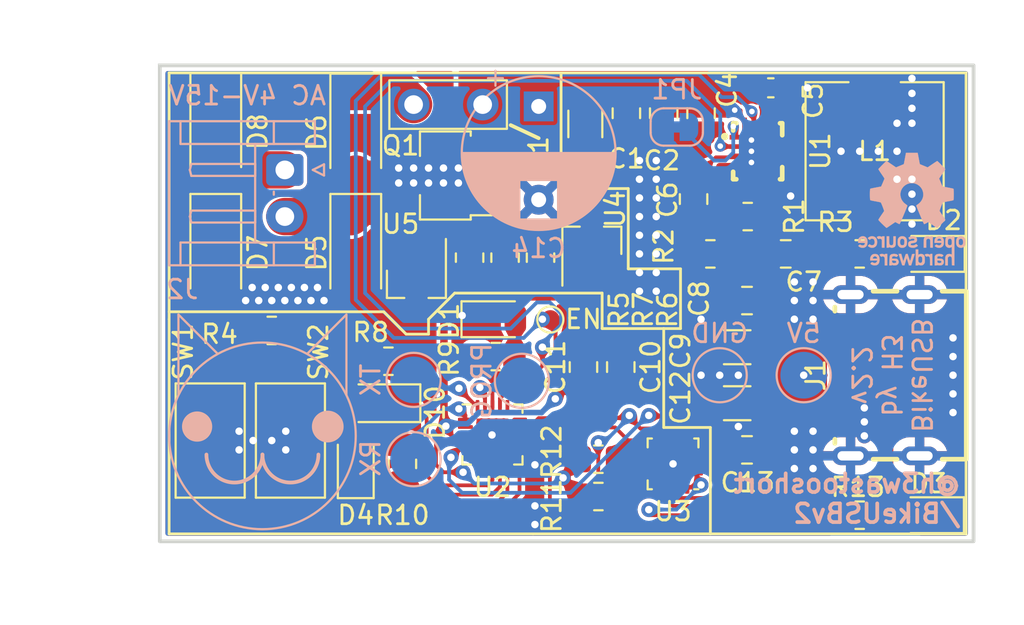
<source format=kicad_pcb>
(kicad_pcb (version 20221018) (generator pcbnew)
  (layers (0 "F.Cu" mixed) (31 "B.Cu" power) (34 "B.Paste" user) (35 "F.Paste" user) (36 "B.SilkS" user "B.Silkscreen") (37 "F.SilkS" user "F.Silkscreen") (38 "B.Mask" user) (39 "F.Mask" user) (44 "Edge.Cuts" user))
  (net 0 "")
  (net 1 "GND")
  (net 2 "VCC")
  (net 3 "+5V")
  (net 4 "Net-(D1-A)")
  (net 5 "Net-(D2-A)")
  (net 6 "Net-(D3-A)")
  (net 7 "/AC1")
  (net 8 "/AC2")
  (net 9 "Net-(JP1-B)")
  (net 10 "Net-(U1-VAUX)")
  (net 11 "Net-(U1-L2)")
  (net 12 "Net-(U1-FB)")
  (net 13 "/ AC_LV")
  (net 14 "Net-(U2-~{RESET}{slash}PA0)")
  (net 15 "Net-(U2-PA1)")
  (net 16 "Net-(U2-PA2)")
  (net 17 "/EN")
  (net 18 "/PG")
  (net 19 "Net-(U2-PB5)")
  (net 21 "Net-(U2-PB2)")
  (net 22 "/S1")
  (net 23 "/S2")
  (net 25 "/CC2")
  (net 26 "Net-(D4-A)")
  (net 27 "/CC1")
  (net 28 "/SCL")
  (net 29 "/SDA")
  (net 30 "/FUSB_INT")
  (net 31 "VPP")
  (net 32 "+6V")
  (net 36 "Net-(U1-L1)")
  (net 38 "Net-(U5-REF)")
  (net 39 "Net-(U5-K)")
  (net 40 "Net-(Q1-B)")
  (footprint "Package_TO_SOT_SMD:SOT-23_Handsoldering" (layer "F.Cu") (at 133.15 91.8 90)
    (fp_text reference "U4")
    (fp_text value "HT7550")
  )
  (footprint "LED_SMD:LED_0805_2012Metric_Pad1.15x1.40mm_HandSolder" (layer "F.Cu") (at 151.225 106.5 180)
    (fp_text reference "D3")
    (fp_text value "XL-2012UBC")
  )
  (footprint "TestPoint:TestPoint_Pad_D1.0mm" (layer "F.Cu") (at 130.92501 96.014854)
    (fp_text reference "TP1")
    (fp_text value "EN")
  )
  (footprint "LED_SMD:LED_0805_2012Metric_Pad1.15x1.40mm_HandSolder" (layer "F.Cu") (at 128.025 96)
    (fp_text reference "D1")
    (fp_text value "XL-2012UOC")
  )
  (footprint "Package_DFN_QFN:VQFN-20-1EP_3x3mm_P0.4mm_EP1.7x1.7mm" (layer "F.Cu") (at 127.825 102.175)
    (fp_text reference "U2")
    (fp_text value "ATtiny1616-M")
  )
  (footprint "Capacitor_SMD:C_0805_2012Metric_Pad1.18x1.45mm_HandSolder" (layer "F.Cu") (at 138.6 89.5625 -90)
    (fp_text reference "C6")
    (fp_text value "100n")
  )
  (footprint "Capacitor_SMD:C_0805_2012Metric_Pad1.18x1.45mm_HandSolder" (layer "F.Cu") (at 141.4625 103 180)
    (fp_text reference "C13")
    (fp_text value "4u7")
  )
  (footprint "Capacitor_SMD:C_0805_2012Metric_Pad1.18x1.45mm_HandSolder" (layer "F.Cu") (at 141.4625 95 180)
    (fp_text reference "C8")
    (fp_text value "4u7")
  )
  (footprint "Button_Switch_SMD:SW_SPST_CK_RS282G05A3" (layer "F.Cu") (at 117 102.5 90)
    (fp_text reference "SW2")
    (fp_text value "1TS002E-2500-2501-CT")
  )
  (footprint "Capacitor_SMD:C_0805_2012Metric_Pad1.18x1.45mm_HandSolder" (layer "F.Cu") (at 137 84.9625 -90)
    (fp_text reference "C2")
    (fp_text value "4u7")
  )
  (footprint "Resistor_SMD:R_0805_2012Metric_Pad1.20x1.40mm_HandSolder" (layer "F.Cu") (at 116 96.6 180)
    (fp_text reference "R4")
    (fp_text value "10k")
  )
  (footprint "easyeda2kicad:TYPE-C-SMD_TYPE-C-31-M-16" (layer "F.Cu") (at 148.6 99 90)
    (fp_text reference "J1")
    (fp_text value "TYPE-C-31-M-16")
  )
  (footprint "LED_SMD:LED_0805_2012Metric_Pad1.15x1.40mm_HandSolder" (layer "F.Cu") (at 120.5 103.725 90)
    (fp_text reference "D4")
    (fp_text value "XL-2012SURC")
  )
  (footprint "Capacitor_SMD:C_0805_2012Metric_Pad1.18x1.45mm_HandSolder" (layer "F.Cu") (at 132.7 98.5625 90)
    (fp_text reference "C11")
    (fp_text value "100n")
  )
  (footprint "Resistor_SMD:R_0805_2012Metric_Pad1.20x1.40mm_HandSolder" (layer "F.Cu") (at 133.5 103.5 180)
    (fp_text reference "R12")
    (fp_text value "4k7")
  )
  (footprint "LED_SMD:LED_0805_2012Metric_Pad1.15x1.40mm_HandSolder" (layer "F.Cu") (at 151.2675 92.5 180)
    (fp_text reference "D2")
    (fp_text value "XL-2012UGC")
  )
  (footprint "Diode_SMD:D_SOD-128" (layer "F.Cu") (at 120.5 92.45 -90)
    (fp_text reference "D5")
    (fp_text value "CMS04(TE12L,Q,M)")
  )
  (footprint "Capacitor_SMD:C_0805_2012Metric_Pad1.18x1.45mm_HandSolder" (layer "F.Cu") (at 143.5375 92.5)
    (fp_text reference "C7")
    (fp_text value "100n")
  )
  (footprint "Inductor_SMD:L_7.3x7.3_H4.5" (layer "F.Cu") (at 148.3 87 -90)
    (fp_text reference "L1")
    (fp_text value "YPRH0704-1R0M")
  )
  (footprint "Resistor_SMD:R_0805_2012Metric_Pad1.20x1.40mm_HandSolder" (layer "F.Cu") (at 133.5 105.5 180)
    (fp_text reference "R11")
    (fp_text value "4k7")
  )
  (footprint "Capacitor_SMD:C_0805_2012Metric_Pad1.18x1.45mm_HandSolder" (layer "F.Cu") (at 139 84.9625 -90)
    (fp_text reference "C4")
    (fp_text value "100n")
  )
  (footprint "Diode_SMD:D_PowerDI-123" (layer "F.Cu") (at 121.65 100.5 180)
    (fp_text reference "D10")
    (fp_text value "~")
  )
  (footprint "Capacitor_SMD:C_1206_3216Metric_Pad1.33x1.80mm_HandSolder" (layer "F.Cu") (at 132.8 85.5375 -90)
    (fp_text reference "C3")
    (fp_text value "22u")
  )
  (footprint "Diode_SMD:D_SOD-128" (layer "F.Cu") (at 113 92.45 -90)
    (fp_text reference "D7")
    (fp_text value "CMS04(TE12L,Q,M)")
  )
  (footprint "Capacitor_SMD:C_0805_2012Metric_Pad1.18x1.45mm_HandSolder" (layer "F.Cu") (at 134.7 98.5625 90)
    (fp_text reference "C10")
    (fp_text value "4u7")
  )
  (footprint "Resistor_SMD:R_0805_2012Metric_Pad1.20x1.40mm_HandSolder" (layer "F.Cu") (at 141.5 90.5)
    (fp_text reference "R1")
    (fp_text value "27k")
  )
  (footprint "Resistor_SMD:R_0805_2012Metric_Pad1.20x1.40mm_HandSolder" (layer "F.Cu") (at 128 98 180)
    (fp_text reference "R9")
    (fp_text value "1k")
  )
  (footprint "Diode_SMD:D_SOD-128" (layer "F.Cu") (at 113 85.95 -90)
    (fp_text reference "D8")
    (fp_text value "CMS04(TE12L,Q,M)")
  )
  (footprint "Resistor_SMD:R_0805_2012Metric_Pad1.20x1.40mm_HandSolder" (layer "F.Cu") (at 147.5 106.5 180)
    (fp_text reference "R13")
    (fp_text value "1k")
  )
  (footprint "Package_DFN_QFN:WQFN-14-1EP_2.5x2.5mm_P0.5mm_EP1.45x1.45mm" (layer "F.Cu") (at 137.5 103.75 180)
    (fp_text reference "U3")
    (fp_text value "FUSB302B10MPX")
  )
  (footprint "Resistor_SMD:R_0805_2012Metric_Pad1.20x1.40mm_HandSolder" (layer "F.Cu") (at 126.6 92.7 90)
    (fp_text reference "R5")
    (fp_text value "1k")
  )
  (footprint "Resistor_SMD:R_0805_2012Metric_Pad1.20x1.40mm_HandSolder" (layer "F.Cu") (at 123 103.75 -90)
    (fp_text reference "R10")
    (fp_text value "1k")
  )
  (footprint "Package_TO_SOT_SMD:SOT-89-3_Handsoldering" (layer "F.Cu") (at 125.3 88.3 180)
    (fp_text reference "Q1")
    (fp_text value "2SB772SQ")
  )
  (footprint "Button_Switch_SMD:SW_SPST_CK_RS282G05A3" (layer "F.Cu") (at 112.7 102.5 90)
    (fp_text reference "SW1")
    (fp_text value "1TS002E-2500-2501-CT")
  )
  (footprint "Resistor_SMD:R_0805_2012Metric_Pad1.20x1.40mm_HandSolder" (layer "F.Cu") (at 139.5 92.5)
    (fp_text reference "R2")
    (fp_text value "3k")
  )
  (footprint "Capacitor_SMD:C_0805_2012Metric_Pad1.18x1.45mm_HandSolder" (layer "F.Cu") (at 135 84.9625 -90)
    (fp_text reference "C1")
    (fp_text value "4u7")
  )
  (footprint "Capacitor_SMD:C_0603_1608Metric_Pad1.08x0.95mm_HandSolder" (layer "F.Cu") (at 142.7375 83.6)
    (fp_text reference "C5")
    (fp_text value "100n")
  )
  (footprint "Resistor_SMD:R_0805_2012Metric_Pad1.20x1.40mm_HandSolder" (layer "F.Cu") (at 130.4 92.7 90)
    (fp_text reference "R6")
    (fp_text value "680k")
  )
  (footprint "Package_TO_SOT_SMD:SOT-23_Handsoldering" (layer "F.Cu") (at 123.75 94.1 -90)
    (fp_text reference "U5")
    (fp_text value "TL431AIDBZR")
  )
  (footprint "e2k_edit:VQFN-HR-15_L3.0-W2.5-P0.50-BL_TPS63070RNMR" (layer "F.Cu") (at 141.9 87 -90)
    (fp_text reference "U1")
    (fp_text value "TPS63070")
  )
  (footprint "Capacitor_SMD:C_1206_3216Metric_Pad1.33x1.80mm_HandSolder" (layer "F.Cu") (at 140.9375 97.5 180)
    (fp_text reference "C9")
    (fp_text value "22u")
  )
  (footprint "Capacitor_SMD:C_1206_3216Metric_Pad1.33x1.80mm_HandSolder" (layer "F.Cu") (at 140.9375 100.5 180)
    (fp_text reference "C12")
    (fp_text value "22u")
  )
  (footprint "H3_Other:SETfuse X-Series" (layer "F.Cu") (at 123.6 84.5 90)
    (fp_text reference "F1")
    (fp_text value "76°C")
  )
  (footprint "Resistor_SMD:R_0805_2012Metric_Pad1.20x1.40mm_HandSolder" (layer "F.Cu") (at 128.5 92.7 -90)
    (fp_text reference "R7")
    (fp_text value "130k")
  )
  (footprint "Resistor_SMD:R_0805_2012Metric_Pad1.20x1.40mm_HandSolder" (layer "F.Cu") (at 122.25 98.25 180)
    (fp_text reference "R8")
    (fp_text value "10k")
  )
  (footprint "Diode_SMD:D_SOD-128" (layer "F.Cu") (at 120.5 86 -90)
    (fp_text reference "D6")
    (fp_text value "CMS04(TE12L,Q,M)")
  )
  (footprint "Resistor_SMD:R_0805_2012Metric_Pad1.20x1.40mm_HandSolder" (layer "F.Cu") (at 147.5 92.5 180)
    (fp_text reference "R3")
    (fp_text value "1k")
  )
  (footprint "TestPoint:TestPoint_Pad_D2.5mm" (layer "B.Cu") (at 123.6 99.25 -90)
    (fp_text reference "TP5" hide)
    (fp_text value "TX")
  )
  (footprint "TestPoint:TestPoint_Pad_D2.5mm" (layer "B.Cu") (at 144.5 99 180)
    (fp_text reference "TP2" hide)
    (fp_text value "5V")
  )
  (footprint "Symbol:OSHW-Logo_5.7x6mm_SilkScreen" (layer "B.Cu") (at 150.3 90.1 180)
    (fp_text reference "REF**" hide)
    (fp_text value "OSHW-Logo_5.7x6mm_SilkScreen" hide)
  )
  (footprint "TestPoint:TestPoint_Pad_D2.5mm" (layer "B.Cu") (at 140 99 180)
    (fp_text reference "TP3" hide)
    (fp_text value "GND")
  )
  (footprint "TestPoint:TestPoint_Pad_D2.5mm" (layer "B.Cu") (at 123.6 103.5 -90)
    (fp_text reference "TP6" hide)
    (fp_text value "RX")
  )
  (footprint "Capacitor_THT:CP_Radial_D8.0mm_P5.00mm" (layer "B.Cu") (at 130.3 84.597349 -90)
    (fp_text reference "C14")
    (fp_text value "4700µF")
  )
  (footprint "Connector_JST:JST_EH_S2B-EH_1x02_P2.50mm_Horizontal" (layer "B.Cu") (at 116.7 88 -90)
    (fp_text reference "J2")
    (fp_text value "JST S2B-EH(LF)(SN)")
  )
  (footprint "TestPoint:TestPoint_Pad_D2.5mm" (layer "B.Cu") (at 129.4 99.3 -90)
    (fp_text reference "TP4" hide)
    (fp_text value "PROG")
  )
  (footprint "H3_Other:PCBcat" (layer "B.Cu") (at 115.5 102.25 180)
    (fp_text reference "CAT**" hide)
    (fp_text value "PCBcat" hide)
  )
  (footprint "Jumper:SolderJumper-2_P1.3mm_Bridged_RoundedPad1.0x1.5mm" (layer "B.Cu") (at 137.7 85.7)
    (fp_text reference "JP1")
    (fp_text value "SolderJumper_2_Bridged")
  )
  (gr_line (start 137 101.8) (end 137 96.5) (stroke (width 0.15)) (layer "F.SilkS"))
  (gr_line (start 131.5 89) (end 131.5 82.8) (stroke (width 0.15)) (layer "F.SilkS"))
  (gr_line (start 135.1 89) (end 131.5 89) (stroke (width 0.15)) (layer "F.SilkS"))
  (gr_line (start 139.5 101.8) (end 139.5 107.5) (stroke (width 0.15)) (layer "F.SilkS"))
  (gr_line (start 130.3 86.3) (end 128.8 85.6) (stroke (width 0.2)) (layer "F.SilkS"))
  (gr_line (start 110.5 107.5) (end 110.5 96) (stroke (width 0.15)) (layer "F.SilkS"))
  (gr_line (start 137.9 93.3) (end 137.9 96.5) (stroke (width 0.15)) (layer "F.SilkS"))
  (gr_line (start 135.1 93.3) (end 135.1 89) (stroke (width 0.15)) (layer "F.SilkS"))
  (gr_line (start 133.7 96.5) (end 137 96.5) (stroke (width 0.15)) (layer "F.SilkS"))
  (gr_line (start 137 101.8) (end 139.5 101.8) (stroke (width 0.15)) (layer "F.SilkS"))
  (gr_line (start 153.2 82.8) (end 131.5 82.8) (stroke (width 0.15)) (layer "F.SilkS"))
  (gr_line (start 110.5 95.6) (end 122 95.6) (stroke (width 0.15)) (layer "F.SilkS"))
  (gr_line (start 110.5 107.5) (end 130 107.5) (stroke (width 0.15)) (layer "F.SilkS"))
  (gr_line (start 133.7 96.5) (end 133.7 94.6) (stroke (width 0.15)) (layer "F.SilkS"))
  (gr_line (start 123.2 96.8) (end 124.4 96.8) (stroke (width 0.15)) (layer "F.SilkS"))
  (gr_line (start 125.8 94.6) (end 133.7 94.6) (stroke (width 0.15)) (layer "F.SilkS"))
  (gr_line (start 124.4 96) (end 125.8 94.6) (stroke (width 0.15)) (layer "F.SilkS"))
  (gr_line (start 110.5 82.8) (end 110.5 96) (stroke (width 0.15)) (layer "F.SilkS"))
  (gr_line (start 153.2 107.5) (end 153.2 82.8) (stroke (width 0.15)) (layer "F.SilkS"))
  (gr_line (start 122 95.6) (end 123.2 96.8) (stroke (width 0.15)) (layer "F.SilkS"))
  (gr_line (start 124.4 96.8) (end 124.4 96) (stroke (width 0.15)) (layer "F.SilkS"))
  (gr_line (start 137.9 96.5) (end 137 96.5) (stroke (width 0.15)) (layer "F.SilkS"))
  (gr_line (start 131.5 82.8) (end 110.5 82.8) (stroke (width 0.15)) (layer "F.SilkS"))
  (gr_line (start 130 107.5) (end 153.2 107.5) (stroke (width 0.15)) (layer "F.SilkS"))
  (gr_line (start 135.1 93.3) (end 137.9 93.3) (stroke (width 0.15)) (layer "F.SilkS"))
  (gr_rect (start 110 82.4) (end 153.6 107.9) (stroke (width 0.2)) (fill none) (layer "Edge.Cuts"))
  (gr_text "BikeUSB\nby H3\nv2.2" (at 147 99 270) (layer "B.SilkS") (effects (font (size 1 1)) (justify bottom mirror)))
  (gr_text "@h3wastooshort\n/BikeUSBv2" (at 153 107) (layer "B.SilkS") (effects (font (size 1 1) (thickness 0.2) bold) (justify left bottom mirror)))
  (gr_text "AC 4V-15V" (at 119 84.6) (layer "B.SilkS") (effects (font (size 1 1)) (justify left bottom mirror)))
  (segment (start 147.75 102.25) (end 147.75 100.75) (width 0.8) (layer "F.Cu") (net 1))
  (segment (start 140.803647 84.796353) (end 141.33 85.322706) (width 0.2) (layer "F.Cu") (net 1))
  (segment (start 139.5 92.1) (end 139.1 92.5) (width 0.2) (layer "F.Cu") (net 1))
  (segment (start 142.72 87) (end 146.5 87) (width 0.4) (layer "F.Cu") (net 1))
  (segment (start 141.33 85.322706) (end 141.33 85.55) (width 0.2) (layer "F.Cu") (net 1))
  (segment (start 140.88 87.92) (end 139.5 89.3) (width 0.2) (layer "F.Cu") (net 1))
  (segment (start 139.1 92.5) (end 138.5 92.5) (width 0.2) (layer "F.Cu") (net 1))
  (segment (start 140.88 87.75) (end 140.88 87.92) (width 0.2) (layer "F.Cu") (net 1))
  (segment (start 120.5 94.65) (end 113 94.65) (width 2) (layer "F.Cu") (net 1))
  (segment (start 139.5 89.3) (end 139.5 92.1) (width 0.2) (layer "F.Cu") (net 1))
  (segment (start 142.72 87) (end 141.7 87) (width 0.4) (layer "F.Cu") (net 1))
  (segment (start 126.375 102.175) (end 127.825 102.175) (width 0.2) (layer "F.Cu") (net 1))
  (segment (start 146.5 101.75) (end 147.5 101.75) (width 0.9) (layer "F.Cu") (net 1))
  (via (at 150.3 83.1) (size 0.8) (drill 0.4) (layers "F.Cu" "B.Cu") (net 1))
  (via (at 116.35 94.3) (size 0.8) (drill 0.4) (layers "F.Cu" "B.Cu") (net 1))
  (via (at 147.75 100.75) (size 0.8) (drill 0.4) (layers "F.Cu" "B.Cu") (net 1))
  (via (at 115.65 94.3) (size 0.8) (drill 0.4) (layers "F.Cu" "B.Cu") (net 1))
  (via (at 126.2 95.8) (size 0.8) (drill 0.4) (layers "F.Cu" "B.Cu") (net 1))
  (via (at 123.6 88.7) (size 0.8) (drill 0.4) (layers "F.Cu" "B.Cu") (net 1))
  (via (at 150.3 84.7) (size 0.8) (drill 0.4) (layers "F.Cu" "B.Cu") (net 1))
  (via (at 135.7 92.5) (size 0.8) (drill 0.4) (layers "F.Cu" "B.Cu") (net 1))
  (via (at 152.5 99) (size 0.8) (drill 0.4) (layers "F.Cu" "B.Cu") (net 1))
  (via (at 152.5 100) (size 0.8) (drill 0.4) (layers "F.Cu" "B.Cu") (net 1))
  (via (at 136.6 90.5) (size 0.8) (drill 0.4) (layers "F.Cu" "B.Cu") (net 1))
  (via (at 145 104) (size 0.8) (drill 0.4) (layers "F.Cu" "B.Cu") (net 1))
  (via (at 144 96) (size 0.8) (drill 0.4) (layers "F.Cu" "B.Cu") (net 1))
  (via (at 140 99) (size 0.8) (drill 0.4) (layers "F.Cu" "B.Cu") (net 1))
  (via (at 124.4 87.9) (size 0.8) (drill 0.4) (layers "F.Cu" "B.Cu") (net 1))
  (via (at 124.4 88.7) (size 0.8) (drill 0.4) (layers "F.Cu" "B.Cu") (net 1))
  (via (at 116.7 95) (size 0.8) (drill 0.4) (layers "F.Cu" "B.Cu") (net 1))
  (via (at 139 96) (size 0.8) (drill 0.4) (layers "F.Cu" "B.Cu") (net 1))
  (via (at 126 87.9) (size 0.8) (drill 0.4) (layers "F.Cu" "B.Cu") (net 1))
  (via (at 145 102) (size 0.8) (drill 0.4) (layers "F.Cu" "B.Cu") (net 1))
  (via (at 115.3 95) (size 0.8) (drill 0.4) (layers "F.Cu" "B.Cu") (net 1))
  (via (at 136.6 94.5) (size 0.8) (drill 0.4) (layers "F.Cu" "B.Cu") (net 1))
  (via (at 141 99) (size 0.8) (drill 0.4) (layers "F.Cu" "B.Cu") (net 1))
  (via (at 117.05 94.3) (size 0.8) (drill 0.4) (layers "F.Cu" "B.Cu") (net 1))
  (via (at 147.5 87) (size 0.8) (drill 0.4) (layers "F.Cu" "B.Cu") (net 1))
  (via (at 136.6 91.5) (size 0.8) (drill 0.4) (layers "F.Cu" "B.Cu") (net 1))
  (via (at 144 102) (size 0.8) (drill 0.4) (layers "F.Cu" "B.Cu") (net 1))
  (via (at 141.7 87.6) (size 0.6) (drill 0.3) (layers "F.Cu" "B.Cu") (net 1))
  (via (at 141.7 87) (size 0.6) (drill 0.3) (layers "F.Cu" "B.Cu") (net 1))
  (via (at 135.7 90.5) (size 0.8) (drill 0.4) (layers "F.Cu" "B.Cu") (net 1))
  (via (at 122.8 88.7) (size 0.8) (drill 0.4) (layers "F.Cu" "B.Cu") (net 1))
  (via (at 136.6 92.5) (size 0.8) (drill 0.4) (layers "F.Cu" "B.Cu") (net 1))
  (via (at 144 95) (size 0.8) (drill 0.4) (layers "F.Cu" "B.Cu") (net 1))
  (via (at 114.95 94.3) (size 0.8) (drill 0.4) (layers "F.Cu" "B.Cu") (net 1))
  (via (at 127.8 102.2) (size 0.8) (drill 0.4) (layers "F.Cu" "B.Cu") (net 1))
  (via (at 118.45 94.3) (size 0.8) (drill 0.4) (layers "F.Cu" "B.Cu") (net 1))
  (via (at 135.7 87.5) (size 0.8) (drill 0.4) (layers "F.Cu" "B.Cu") (net 1))
  (via (at 141.7 86.4) (size 0.6) (drill 0.3) (layers "F.Cu" "B.Cu") (net 1))
  (via (at 145 96) (size 0.8) (drill 0.4) (layers "F.Cu" "B.Cu") (net 1))
  (via (at 144 104) (size 0.8) (drill 0.4) (layers "F.Cu" "B.Cu") (net 1))
  (via (at 116.75 103) (size 0.8) (drill 0.4) (layers "F.Cu" "B.Cu") (net 1))
  (via (at 135.7 93.5) (size 0.8) (drill 0.4) (layers "F.Cu" "B.Cu") (net 1))
  (via (at 150.3 90.9) (size 0.8) (drill 0.4) (layers "F.Cu" "B.Cu") (net 1))
  (via (at 150.3 90.1) (size 0.8) (drill 0.4) (layers "F.Cu" "B.Cu") (net 1))
  (via (at 136.6 87.5) (size 0.8) (drill 0.4) (layers "F.Cu" "B.Cu") (net 1))
  (via (at 123.6 87.9) (size 0.8) (drill 0.4) (layers "F.Cu" "B.Cu") (net 1))
  (via (at 144 94) (size 0.8) (drill 0.4) (layers "F.Cu" "B.Cu") (net 1))
  (via (at 135.7 88.5) (size 0.8) (drill 0.4) (layers "F.Cu" "B.Cu") (net 1))
  (via (at 136.6 88.5) (size 0.8) (drill 0.4) (layers "F.Cu" "B.Cu") (net 1))
  (via (at 146.5 87) (size 0.8) (drill 0.4) (layers "F.Cu" "B.Cu") (net 1))
  (via (at 150.3 83.9) (size 0.8) (drill 0.4) (layers "F.Cu" "B.Cu") (net 1))
  (via (at 114.6 95) (size 0.8) (drill 0.4) (layers "F.Cu" "B.Cu") (net 1))
  (via (at 149.5 85.5) (size 0.8) (drill 0.4) (layers "F.Cu" "B.Cu") (net 1))
  (via (at 150.3 88.5) (size 0.8) (drill 0.4) (layers "F.Cu" "B.Cu") (net 1))
  (via (at 148.5 87) (size 0.8) (drill 0.4) (layers "F.Cu" "B.Cu") (net 1))
  (via (at 118.8 95) (size 0.8) (drill 0.4) (layers "F.Cu" "B.Cu") (net 1))
  (via (at 143.8 89.4) (size 0.8) (drill 0.4) (layers "F.Cu" "B.Cu") (net 1))
  (via (at 122.8 87.9) (size 0.8) (drill 0.4) (layers "F.Cu" "B.Cu") (net 1))
  (via (at 125.2 88.7) (size 0.8) (drill 0.4) (layers "F.Cu" "B.Cu") (net 1))
  (via (at 135.7 94.5) (size 0.8) (drill 0.4) (layers "F.Cu" "B.Cu") (net 1))
  (via (at 152.5 98) (size 0.8) (drill 0.4) (layers "F.Cu" "B.Cu") (net 1))
  (via (at 125.2 87.9) (size 0.8) (drill 0.4) (layers "F.Cu" "B.Cu") (net 1))
  (via (at 136.6 89.5) (size 0.8) (drill 0.4) (layers "F.Cu" "B.Cu") (net 1))
  (via (at 118.1 95) (size 0.8) (drill 0.4) (layers "F.Cu" "B.Cu") (net 1))
  (via (at 126 88.7) (size 0.8) (drill 0.4) (layers "F.Cu" "B.Cu") (net 1))
  (via (at 114.25 102) (size 0.8) (drill 0.4) (layers "F.Cu" "B.Cu") (net 1))
  (via (at 116.75 102) (size 0.8) (drill 0.4) (layers "F.Cu" "B.Cu") (net 1))
  (via (at 149.5 88.5) (size 0.8) (drill 0.4) (layers "F.Cu" "B.Cu") (net 1))
  (via (at 137.5 103.75) (size 0.8) (drill 0.4) (layers "F.Cu" "B.Cu") (net 1))
  (via (at 140.803647 84.796353) (size 0.6) (drill 0.3) (layers "F.Cu" "B.Cu") (net 1))
  (via (at 150.3 89.3) (size 0.8) (drill 0.4) (layers "F.Cu" "B.Cu") (net 1))
  (via (at 114.25 103) (size 0.8) (drill 0.4) (layers "F.Cu" "B.Cu") (net 1))
  (via (at 117.75 94.3) (size 0.8) (drill 0.4) (layers "F.Cu" "B.Cu") (net 1))
  (via (at 150.3 85.5) (size 0.8) (drill 0.4) (layers "F.Cu" "B.Cu") (net 1))
  (via (at 147.75 101.5) (size 0.8) (drill 0.4) (layers "F.Cu" "B.Cu") (net 1))
  (via (at 130.1 103.8) (size 0.8) (drill 0.4) (layers "F.Cu" "B.Cu") (net 1))
  (via (at 139 99) (size 0.8) (drill 0.4) (layers "F.Cu" "B.Cu") (net 1))
  (via (at 135.7 91.5) (size 0.8) (drill 0.4) (layers "F.Cu" "B.Cu") (net 1))
  (via (at 130.1 106) (size 0.8) (drill 0.4) (layers "F.Cu" "B.Cu") (net 1))
  (via (at 145 103) (size 0.8) (drill 0.4) (layers "F.Cu" "B.Cu") (net 1))
  (via (at 152.5 97) (size 0.8) (drill 0.4) (layers "F.Cu" "B.Cu") (net 1))
  (via (at 115 102.5) (size 0.8) (drill 0.4) (layers "F.Cu" "B.Cu") (net 1))
  (via (at 141 101.75) (size 0.8) (drill 0.4) (layers "F.Cu" "B.Cu") (net 1))
  (via (at 144.7 83.6) (size 0.8) (drill 0.4) (layers "F.Cu" "B.Cu") (net 1))
  (via (at 147.75 102.25) (size 0.8) (drill 0.4) (layers "F.Cu" "B.Cu") (net 1))
  (via (at 145 94) (size 0.8) (drill 0.4) (layers "F.Cu" "B.Cu") (net 1))
  (via (at 149.5 87) (size 0.8) (drill 0.4) (layers "F.Cu" "B.Cu") (net 1))
  (via (at 145 95) (size 0.8) (drill 0.4) (layers "F.Cu" "B.Cu") (net 1))
  (via (at 130.1 107) (size 0.8) (drill 0.4) (layers "F.Cu" "B.Cu") (net 1))
  (via (at 116 95) (size 0.8) (drill 0.4) (layers "F.Cu" "B.Cu") (net 1))
  (via (at 136.6 93.5) (size 0.8) (drill 0.4) (layers "F.Cu" "B.Cu") (net 1))
  (via (at 135.7 89.5) (size 0.8) (drill 0.4) (layers "F.Cu" "B.Cu") (net 1))
  (via (at 116 102.5) (size 0.8) (drill 0.4) (layers "F.Cu" "B.Cu") (net 1))
  (via (at 117.4 95) (size 0.8) (drill 0.4) (layers "F.Cu" "B.Cu") (net 1))
  (via (at 152.5 101) (size 0.8) (drill 0.4) (layers "F.Cu" "B.Cu") (net 1))
  (via (at 144 103) (size 0.8) (drill 0.4) (layers "F.Cu" "B.Cu") (net 1))
  (segment (start 125.327 101.927) (end 125.327 101.727) (width 0.2) (layer "F.Cu") (net 2))
  (segment (start 131.606224 104.5) (end 131.606224 104.393776) (width 0.2) (layer "F.Cu") (net 2))
  (segment (start 125.2265 95.5735) (end 125.2265 98) (width 0.4) (layer "F.Cu") (net 2))
  (segment (start 127 98) (end 125.2265 98) (width 0.2) (layer "F.Cu") (net 2))
  (segment (start 131.606224 104.393776) (end 132.5 103.5) (width 0.2) (layer "F.Cu") (net 2))
  (segment (start 138.7625 103) (end 138.25 102.4875) (width 0.2) (layer "F.Cu") (net 2))
  (segment (start 135.5 100.4) (end 134.7 99.6) (width 0.2) (layer "F.Cu") (net 2))
  (segment (start 125.2 104.2) (end 124.8 103.8) (width 0.2) (layer "F.Cu") (net 2))
  (segment (start 125.2265 101.6265) (end 125.327 101.727) (width 0.4) (layer "F.Cu") (net 2))
  (segment (start 132.7 99.6) (end 134.7 99.6) (width 0.3) (layer "F.Cu") (net 2))
  (segment (start 131.606224 104.606224) (end 132.5 105.5) (width 0.2) (layer "F.Cu") (net 2))
  (segment (start 126 94.8) (end 125.2265 95.5735) (width 0.4) (layer "F.Cu") (net 2))
  (segment (start 124.8 102.254) (end 125.327 101.727) (width 0.2) (layer "F.Cu") (net 2))
  (segment (start 138.25 101.489) (end 137.161 100.4) (width 0.2) (layer "F.Cu") (net 2))
  (segment (start 138.25 102.4875) (end 138.25 101.489) (width 0.2) (layer "F.Cu") (net 2))
  (segment (start 124.8 103.8) (end 124.8 102.254) (width 0.2) (layer "F.Cu") (net 2))
  (segment (start 133.4 94.8) (end 126 94.8) (width 0.4) (layer "F.Cu") (net 2))
  (segment (start 126.375 102.575) (end 125.975 102.575) (width 0.2) (layer "F.Cu") (net 2))
  (segment (start 134.1 94.1) (end 133.4 94.8) (width 0.4) (layer "F.Cu") (net 2))
  (segment (start 138.7625 103.25) (end 138.7625 103) (width 0.2) (layer "F.Cu") (net 2))
  (segment (start 131.606224 104.5) (end 131.606224 104.606224) (width 0.2) (layer "F.Cu") (net 2))
  (segment (start 131.8565 99.6) (end 131.191 100.2655) (width 0.3) (layer "F.Cu") (net 2))
  (segment (start 125.2265 98) (end 125.2265 101.6265) (width 0.4) (layer "F.Cu") (net 2))
  (segment (start 134.1 93.2) (end 134.1 94.1) (width 0.4) (layer "F.Cu") (net 2))
  (segment (start 137.161 100.4) (end 135.5 100.4) (width 0.2) (layer "F.Cu") (net 2))
  (segment (start 125.975 102.575) (end 125.327 101.927) (width 0.2) (layer "F.Cu") (net 2))
  (segment (start 126.25 104.2) (end 125.2 104.2) (width 0.2) (layer "F.Cu") (net 2))
  (segment (start 132.7 99.6) (end 131.8565 99.6) (width 0.3) (layer "F.Cu") (net 2))
  (via (at 126.25 104.2) (size 0.8) (drill 0.4) (layers "F.Cu" "B.Cu") (net 2))
  (via (at 131.606224 104.5) (size 0.8) (drill 0.4) (layers "F.Cu" "B.Cu") (net 2))
  (via (at 125.327 101.727) (size 0.8) (drill 0.4) (layers "F.Cu" "B.Cu") (net 2))
  (via (at 131.191 100.2655) (size 0.8) (drill 0.4) (layers "F.Cu" "B.Cu") (net 2))
  (segment (start 127.092 101) (end 126.492 101.6) (width 0.3) (layer "B.Cu") (net 2))
  (segment (start 126.85 104.8) (end 131.306224 104.8) (width 0.2) (layer "B.Cu") (net 2))
  (segment (start 126.492 101.6) (end 125.454 101.6) (width 0.3) (layer "B.Cu") (net 2))
  (segment (start 126.25 104.2) (end 126.85 104.8) (width 0.2) (layer "B.Cu") (net 2))
  (segment (start 130.4565 101) (end 127.092 101) (width 0.3) (layer "B.Cu") (net 2))
  (segment (start 131.306224 104.8) (end 131.606224 104.5) (width 0.2) (layer "B.Cu") (net 2))
  (segment (start 125.454 101.6) (end 125.327 101.727) (width 0.3) (layer "B.Cu") (net 2))
  (segment (start 131.191 100.2655) (end 130.4565 101) (width 0.3) (layer "B.Cu") (net 2))
  (segment (start 146.5 92.5) (end 145.25 91.25) (width 0.2) (layer "F.Cu") (net 3))
  (segment (start 142.5 103) (end 142.5 91.25) (width 1.5) (layer "F.Cu") (net 3))
  (segment (start 140.5 105) (end 142.5 103) (width 0.2) (layer "F.Cu") (net 3))
  (segment (start 139.25 103.75) (end 140.5 105) (width 0.2) (layer "F.Cu") (net 3))
  (segment (start 146.5 100.52) (end 142.52 100.52) (width 0.8) (layer "F.Cu") (net 3))
  (segment (start 142.5 91.25) (end 142.5 90.5) (width 1.5) (layer "F.Cu") (net 3))
  (segment (start 137.25 105.0125) (end 137.8145 105.577) (width 0.2) (layer "F.Cu") (net 3))
  (segment (start 137.8145 105.577) (end 139.923 105.577) (width 0.2) (layer "F.Cu") (net 3))
  (segment (start 137.75 105.0125) (end 137.75 105.5125) (width 0.2) (layer "F.Cu") (net 3))
  (segment (start 145.25 91.25) (end 142.5 91.25) (width 0.2) (layer "F.Cu") (net 3))
  (segment (start 146.5 97.48) (end 142.52 97.48) (width 0.8) (layer "F.Cu") (net 3))
  (segment (start 139.923 105.577) (end 140.5 105) (width 0.2) (layer "F.Cu") (net 3))
  (segment (start 137.75 105.5125) (end 137.8145 105.577) (width 0.2) (layer "F.Cu") (net 3))
  (segment (start 138.7625 103.75) (end 139.25 103.75) (width 0.2) (layer "F.Cu") (net 3))
  (via (at 144.5 99) (size 0.8) (drill 0.4) (layers "F.Cu" "B.Cu") (net 3))
  (segment (start 129 98) (end 129 96.05) (width 0.25) (layer "F.Cu") (net 4))
  (segment (start 148.5 92.5) (end 150.2425 92.5) (width 1) (layer "F.Cu") (net 5))
  (segment (start 148.5 106.5) (end 150.2 106.5) (width 0.2) (layer "F.Cu") (net 6))
  (segment (start 120.5 90.25) (end 120.5 88.22) (width 2) (layer "F.Cu") (net 7))
  (segment (start 120.25 90.5) (end 120.5 90.25) (width 2) (layer "F.Cu") (net 7))
  (segment (start 116.7 90.5) (end 120.25 90.5) (width 2) (layer "F.Cu") (net 7))
  (segment (start 113.15 88) (end 113 88.15) (width 2) (layer "F.Cu") (net 8))
  (segment (start 115 96.6) (end 112.6 96.6) (width 0.25) (layer "F.Cu") (net 8))
  (segment (start 111.25 93.5) (end 113 91.75) (width 0.25) (layer "F.Cu") (net 8))
  (segment (start 113 88.15) (end 113 90.25) (width 2) (layer "F.Cu") (net 8))
  (segment (start 113 91.75) (end 113 90.25) (width 0.25) (layer "F.Cu") (net 8))
  (segment (start 116.7 88) (end 113.15 88) (width 2) (layer "F.Cu") (net 8))
  (segment (start 112.6 96.6) (end 111.25 95.25) (width 0.25) (layer "F.Cu") (net 8))
  (segment (start 111.25 95.25) (end 111.25 93.5) (width 0.25) (layer "F.Cu") (net 8))
  (segment (start 140.88 85.826284) (end 140.726858 85.673142) (width 0.2) (layer "F.Cu") (net 9))
  (segment (start 140.88 86.25) (end 140.88 85.826284) (width 0.2) (layer "F.Cu") (net 9))
  (via (at 140.726858 85.673142) (size 0.6) (drill 0.3) (layers "F.Cu" "B.Cu") (net 9))
  (segment (start 139.7 87.5) (end 140.3 87.5) (width 0.2) (layer "B.Cu") (net 9))
  (segment (start 138.35 86.15) (end 139.7 87.5) (width 0.2) (layer "B.Cu") (net 9))
  (segment (start 140.3 87.5) (end 140.726858 87.073142) (width 0.2) (layer "B.Cu") (net 9))
  (segment (start 138.35 85.7) (end 138.35 86.15) (width 0.2) (layer "B.Cu") (net 9))
  (segment (start 140.726858 87.073142) (end 140.726858 85.673142) (width 0.2) (layer "B.Cu") (net 9))
  (segment (start 139.799273 87.325727) (end 140.804273 87.325727) (width 0.2) (layer "F.Cu") (net 10))
  (segment (start 140.804273 87.325727) (end 140.88 87.25) (width 0.2) (layer "F.Cu") (net 10))
  (segment (start 138.6 88.525) (end 139.799273 87.325727) (width 0.2) (layer "F.Cu") (net 10))
  (segment (start 140.5 89.4) (end 140.5 90.5) (width 0.2) (layer "F.Cu") (net 12))
  (segment (start 140.5 92.5) (end 140.5 90.5) (width 0.2) (layer "F.Cu") (net 12))
  (segment (start 141.33 88.57) (end 140.5 89.4) (width 0.2) (layer "F.Cu") (net 12))
  (segment (start 141.33 88.45) (end 141.33 88.57) (width 0.2) (layer "F.Cu") (net 12))
  (segment (start 127.825 104.61159) (end 127.825 103.625) (width 0.2) (layer "F.Cu") (net 13))
  (segment (start 124.825 104.9) (end 127.53659 104.9) (width 0.2) (layer "F.Cu") (net 13))
  (segment (start 124.3 104.375) (end 124.825 104.9) (width 0.2) (layer "F.Cu") (net 13))
  (segment (start 121.25 97.25) (end 121.25 98.25) (width 0.2) (layer "F.Cu") (net 13))
  (segment (start 123.5 100.5) (end 124.3 101.3) (width 0.2) (layer "F.Cu") (net 13))
  (segment (start 124.3 101.3) (end 124.3 104.375) (width 0.2) (layer "F.Cu") (net 13))
  (segment (start 121.25 98.25) (end 121.25 99.25) (width 1) (layer "F.Cu") (net 13))
  (segment (start 127.53659 104.9) (end 127.825 104.61159) (width 0.2) (layer "F.Cu") (net 13))
  (segment (start 121.25 99.25) (end 122.5 100.5) (width 1) (layer "F.Cu") (net 13))
  (segment (start 117 96.6) (end 120.6 96.6) (width 0.2) (layer "F.Cu") (net 13))
  (segment (start 120.6 96.6) (end 121.25 97.25) (width 0.2) (layer "F.Cu") (net 13))
  (segment (start 127.144622 99.655378) (end 127.425 99.935756) (width 0.2) (layer "F.Cu") (net 14))
  (segment (start 127.425 99.935756) (end 127.425 100.725) (width 0.2) (layer "F.Cu") (net 14))
  (via (at 127.144622 99.655378) (size 0.8) (drill 0.4) (layers "F.Cu" "B.Cu") (net 14))
  (segment (start 127.188744 99.6995) (end 129.0005 99.6995) (width 0.2) (layer "B.Cu") (net 14))
  (segment (start 127.144622 99.655378) (end 127.188744 99.6995) (width 0.2) (layer "B.Cu") (net 14))
  (segment (start 126.030771 99.700488) (end 126.030771 99.730771) (width 0.2) (layer "F.Cu") (net 15))
  (segment (start 126.825 100.525) (end 127.025 100.525) (width 0.2) (layer "F.Cu") (net 15))
  (segment (start 126.030771 99.730771) (end 126.825 100.525) (width 0.2) (layer "F.Cu") (net 15))
  (via (at 126.030771 99.700488) (size 0.8) (drill 0.4) (layers "F.Cu" "B.Cu") (net 15))
  (segment (start 124.050488 99.700488) (end 123.6 99.25) (width 0.2) (layer "B.Cu") (net 15))
  (segment (start 126.030771 99.700488) (end 124.050488 99.700488) (width 0.2) (layer "B.Cu") (net 15))
  (segment (start 126.375 101.1485) (end 126.375 101.375) (width 0.2) (layer "F.Cu") (net 16))
  (segment (start 126.0265 100.8) (end 126.375 101.1485) (width 0.2) (layer "F.Cu") (net 16))
  (via (at 126.0265 100.8) (size 0.8) (drill 0.4) (layers "F.Cu" "B.Cu") (net 16))
  (segment (start 123.6 103.5) (end 123.6 102.4) (width 0.2) (layer "B.Cu") (net 16))
  (segment (start 125.2 100.8) (end 126.0265 100.8) (width 0.2) (layer "B.Cu") (net 16))
  (segment (start 123.6 102.4) (end 125.2 100.8) (width 0.2) (layer "B.Cu") (net 16))
  (segment (start 141.83 85.121) (end 141.83 85.55) (width 0.2) (layer "F.Cu") (net 17))
  (segment (start 128.646 99.827) (end 128.225 100.248) (width 0.2) (layer "F.Cu") (net 17))
  (segment (start 131.2 96.7) (end 131.2 98.8) (width 0.2) (layer "F.Cu") (net 17))
  (segment (start 130.173 99.827) (end 128.646 99.827) (width 0.2) (layer "F.Cu") (net 17))
  (segment (start 141.682 84.912438) (end 141.682 84.973) (width 0.2) (layer "F.Cu") (net 17))
  (segment (start 141.724777 84.869661) (end 141.682 84.912438) (width 0.2) (layer "F.Cu") (net 17))
  (segment (start 128.225 100.248) (end 128.225 100.725) (width 0.2) (layer "F.Cu") (net 17))
  (segment (start 130.5 96) (end 131.2 96.7) (width 0.2) (layer "F.Cu") (net 17))
  (segment (start 141.682 84.973) (end 141.83 85.121) (width 0.2) (layer "F.Cu") (net 17))
  (segment (start 130.173 99.827) (end 131.2 98.8) (width 0.2) (layer "F.Cu") (net 17))
  (via (at 141.724777 84.869661) (size 0.6) (drill 0.3) (layers "F.Cu" "B.Cu") (net 17))
  (via (at 130.5 96) (size 0.8) (drill 0.4) (layers "F.Cu" "B.Cu") (net 17))
  (segment (start 129.5 97) (end 130.5 96) (width 0.2) (layer "B.Cu") (net 17))
  (segment (start 141.724777 84.869661) (end 140.955116 84.1) (width 0.2) (layer "B.Cu") (net 17))
  (segment (start 140.955116 84.1) (end 140.098529 84.1) (width 0.2) (layer "B.Cu") (net 17))
  (segment (start 120.5 84.3) (end 120.5 94.962448) (width 0.2) (layer "B.Cu") (net 17))
  (segment (start 120.5 94.962448) (end 122.537552 97) (width 0.2) (layer "B.Cu") (net 17))
  (segment (start 122.537552 97) (end 129.5 97) (width 0.2) (layer "B.Cu") (net 17))
  (segment (start 121.9 82.9) (end 120.5 84.3) (width 0.2) (layer "B.Cu") (net 17))
  (segment (start 138.898529 82.9) (end 121.9 82.9) (width 0.2) (layer "B.Cu") (net 17))
  (segment (start 140.098529 84.1) (end 138.898529 82.9) (width 0.2) (layer "B.Cu") (net 17))
  (segment (start 140.029215 86.725727) (end 140.053488 86.75) (width 0.2) (layer "F.Cu") (net 18))
  (segment (start 140.053488 86.75) (end 140.88 86.75) (width 0.2) (layer "F.Cu") (net 18))
  (segment (start 127.825 100.725) (end 127.825 99.875) (width 0.2) (layer "F.Cu") (net 18))
  (segment (start 128.386 99.314) (end 129.686 99.314) (width 0.2) (layer "F.Cu") (net 18))
  (segment (start 129.686 99.314) (end 130.5 98.5) (width 0.2) (layer "F.Cu") (net 18))
  (segment (start 127.825 99.875) (end 128.386 99.314) (width 0.2) (layer "F.Cu") (net 18))
  (segment (start 130.5 98.5) (end 130.5 97.5) (width 0.2) (layer "F.Cu") (net 18))
  (via (at 140.029215 86.725727) (size 0.6) (drill 0.3) (layers "F.Cu" "B.Cu") (net 18))
  (via (at 130.5 97.5) (size 0.8) (drill 0.4) (layers "F.Cu" "B.Cu") (net 18))
  (segment (start 128.8 96.5) (end 130.2 95.1) (width 0.2) (layer "B.Cu") (net 18))
  (segment (start 140.029215 85.029215) (end 138.227 83.227) (width 0.2) (layer "B.Cu") (net 18))
  (segment (start 130.5 97.3) (end 130.5 97.5) (width 0.2) (layer "B.Cu") (net 18))
  (segment (start 131.5 95.7) (end 131.5 96.3) (width 0.2) (layer "B.Cu") (net 18))
  (segment (start 130.9 95.1) (end 131.5 95.7) (width 0.2) (layer "B.Cu") (net 18))
  (segment (start 130.2 95.1) (end 130.9 95.1) (width 0.2) (layer "B.Cu") (net 18))
  (segment (start 122.373 83.227) (end 121 84.6) (width 0.2) (layer "B.Cu") (net 18))
  (segment (start 121 94.6) (end 122.9 96.5) (width 0.2) (layer "B.Cu") (net 18))
  (segment (start 122.9 96.5) (end 128.8 96.5) (width 0.2) (layer "B.Cu") (net 18))
  (segment (start 121 84.6) (end 121 94.6) (width 0.2) (layer "B.Cu") (net 18))
  (segment (start 140.029215 86.725727) (end 140.029215 85.029215) (width 0.2) (layer "B.Cu") (net 18))
  (segment (start 131.5 96.3) (end 130.5 97.3) (width 0.2) (layer "B.Cu") (net 18))
  (segment (start 138.227 83.227) (end 122.373 83.227) (width 0.2) (layer "B.Cu") (net 18))
  (segment (start 128.225 104.975) (end 128.225 103.625) (width 0.2) (layer "F.Cu") (net 19))
  (segment (start 127.8 105.4) (end 128.225 104.975) (width 0.2) (layer "F.Cu") (net 19))
  (segment (start 123 104.75) (end 123.65 105.4) (width 0.2) (layer "F.Cu") (net 19))
  (segment (start 123.65 105.4) (end 127.8 105.4) (width 0.2) (layer "F.Cu") (net 19))
  (segment (start 130.125 102.575) (end 130.9 103.35) (width 0.2) (layer "F.Cu") (net 21))
  (segment (start 130.9 103.35) (end 130.9 105.9) (width 0.2) (layer "F.Cu") (net 21))
  (segment (start 132 107) (end 146 107) (width 0.2) (layer "F.Cu") (net 21))
  (segment (start 146 107) (end 146.5 106.5) (width 0.2) (layer "F.Cu") (net 21))
  (segment (start 130.9 105.9) (end 132 107) (width 0.2) (layer "F.Cu") (net 21))
  (segment (start 129.275 102.575) (end 130.125 102.575) (width 0.2) (layer "F.Cu") (net 21))
  (segment (start 113.85 105.25) (end 118.25 105.25) (width 0.2) (layer "F.Cu") (net 22))
  (segment (start 112.7 106.4) (end 113.85 105.25) (width 0.2) (layer "F.Cu") (net 22))
  (segment (start 118.25 105.25) (end 118.9 105.9) (width 0.2) (layer "F.Cu") (net 22))
  (segment (start 128 105.9) (end 128.625 105.275) (width 0.2) (layer "F.Cu") (net 22))
  (segment (start 118.9 105.9) (end 128 105.9) (width 0.2) (layer "F.Cu") (net 22))
  (segment (start 128.625 105.275) (end 128.625 103.625) (width 0.2) (layer "F.Cu") (net 22))
  (segment (start 129.275 105.325) (end 129.275 102.975) (width 0.2) (layer "F.Cu") (net 23))
  (segment (start 117.5 106.4) (end 128.2 106.4) (width 0.2) (layer "F.Cu") (net 23))
  (segment (start 128.2 106.4) (end 129.275 105.325) (width 0.2) (layer "F.Cu") (net 23))
  (segment (start 149.2 100.45) (end 147.25 98.5) (width 0.2) (layer "F.Cu") (net 25))
  (segment (start 138.25 105.0125) (end 138.865 105.0125) (width 0.2) (layer "F.Cu") (net 25))
  (segment (start 138.7625 104.25) (end 138.7625 104.64) (width 0.2) (layer "F.Cu") (net 25))
  (segment (start 145.5 105.25) (end 148.5 105.25) (width 0.2) (layer "F.Cu") (net 25))
  (segment (start 149.2 104.55) (end 149.2 100.45) (width 0.2) (layer "F.Cu") (net 25))
  (segment (start 136.2 106.2) (end 136.5 106.5) (width 0.2) (layer "F.Cu") (net 25))
  (segment (start 148.5 105.25) (end 149.2 104.55) (width 0.2) (layer "F.Cu") (net 25))
  (segment (start 138.7625 104.64) (end 139 104.8775) (width 0.2) (layer "F.Cu") (net 25))
  (segment (start 147.25 98.5) (end 146.5 98.5) (width 0.2) (layer "F.Cu") (net 25))
  (segment (start 138.865 105.0125) (end 139 104.8775) (width 0.2) (layer "F.Cu") (net 25))
  (segment (start 144.25 106.5) (end 145.5 105.25) (width 0.2) (layer "F.Cu") (net 25))
  (segment (start 136.5 106.5) (end 144.25 106.5) (width 0.2) (layer "F.Cu") (net 25))
  (via (at 139 104.8775) (size 0.8) (drill 0.4) (layers "F.Cu" "B.Cu") (net 25))
  (via (at 136.2 106.2) (size 0.8) (drill 0.4) (layers "F.Cu" "B.Cu") (net 25))
  (segment (start 137.6775 106.2) (end 139 104.8775) (width 0.2) (layer "B.Cu") (net 25))
  (segment (start 136.2 106.2) (end 137.6775 106.2) (width 0.2) (layer "B.Cu") (net 25))
  (segment (start 123 102.75) (end 120.55 102.75) (width 1) (layer "F.Cu") (net 26))
  (segment (start 148 104.75) (end 148.6 104.15) (width 0.2) (layer "F.Cu") (net 27))
  (segment (start 145.25 104.75) (end 148 104.75) (width 0.2) (layer "F.Cu") (net 27))
  (segment (start 148.6 100.6) (end 147.5 99.5) (width 0.2) (layer "F.Cu") (net 27))
  (segment (start 137.488854 106) (end 144 106) (width 0.2) (layer "F.Cu") (net 27))
  (segment (start 136.2375 104.7375) (end 136.5125 105.0125) (width 0.2) (layer "F.Cu") (net 27))
  (segment (start 136.75 105.0125) (end 136.75 105.261146) (width 0.2) (layer "F.Cu") (net 27))
  (segment (start 144 106) (end 145.25 104.75) (width 0.2) (layer "F.Cu") (net 27))
  (segment (start 136.5125 105.0125) (end 136.75 105.0125) (width 0.2) (layer "F.Cu") (net 27))
  (segment (start 136.75 105.261146) (end 137.488854 106) (width 0.2) (layer "F.Cu") (net 27))
  (segment (start 136.2375 104.25) (end 136.2375 104.7375) (width 0.2) (layer "F.Cu") (net 27))
  (segment (start 148.6 104.15) (end 148.6 100.6) (width 0.2) (layer "F.Cu") (net 27))
  (segment (start 147.5 99.5) (end 146.5 99.5) (width 0.2) (layer "F.Cu") (net 27))
  (segment (start 135.754 101.854) (end 137.033 101.854) (width 0.2) (layer "F.Cu") (net 28))
  (segment (start 135.155378 101.155378) (end 135.155378 101.255378) (width 0.2) (layer "F.Cu") (net 28))
  (segment (start 135.010756 101.3) (end 135.155378 101.155378) (width 0.2) (layer "F.Cu") (net 28))
  (segment (start 133.493067 104.493067) (end 133.493067 102.614753) (width 0.2) (layer "F.Cu") (net 28))
  (segment (start 129.825 101.775) (end 130.3 101.3) (width 0.2) (layer "F.Cu") (net 28))
  (segment (start 129.275 101.775) (end 129.825 101.775) (width 0.2) (layer "F.Cu") (net 28))
  (segment (start 134.5 105.5) (end 133.493067 104.493067) (width 0.2) (layer "F.Cu") (net 28))
  (segment (start 137.033 101.854) (end 137.25 102.071) (width 0.2) (layer "F.Cu") (net 28))
  (segment (start 137.25 102.071) (end 137.25 102.4875) (width 0.2) (layer "F.Cu") (net 28))
  (segment (start 130.3 101.3) (end 135.010756 101.3) (width 0.2) (layer "F.Cu") (net 28))
  (segment (start 135.155378 101.255378) (end 135.754 101.854) (width 0.2) (layer "F.Cu") (net 28))
  (via (at 135.155378 101.155378) (size 0.8) (drill 0.4) (layers "F.Cu" "B.Cu") (net 28))
  (via (at 133.493067 102.614753) (size 0.8) (drill 0.4) (layers "F.Cu" "B.Cu") (net 28))
  (segment (start 135.155378 101.155378) (end 135.155378 101.244622) (width 0.2) (layer "B.Cu") (net 28))
  (segment (start 133.785247 102.614753) (end 133.493067 102.614753) (width 0.2) (layer "B.Cu") (net 28))
  (segment (start 135.155378 101.244622) (end 133.785247 102.614753) (width 0.2) (layer "B.Cu") (net 28))
  (segment (start 130.2 102.175) (end 130.575 101.8) (width 0.2) (layer "F.Cu") (net 29))
  (segment (start 134.5 103.5) (end 135.0875 102.9125) (width 0.2) (layer "F.Cu") (net 29))
  (segment (start 134.4 101.8) (end 135.0875 102.4875) (width 0.2) (layer "F.Cu") (net 29))
  (segment (start 135.0875 102.9125) (end 135.0875 102.4875) (width 0.2) (layer "F.Cu") (net 29))
  (segment (start 130.575 101.8) (end 134.4 101.8) (width 0.2) (layer "F.Cu") (net 29))
  (segment (start 135.0875 102.4875) (end 136.75 102.4875) (width 0.2) (layer "F.Cu") (net 29))
  (segment (start 129.275 102.175) (end 130.2 102.175) (width 0.2) (layer "F.Cu") (net 29))
  (segment (start 137.1 101.2) (end 137.75 101.85) (width 0.2) (layer "F.Cu") (net 30))
  (segment (start 126.025 102.975) (end 125.6 103.4) (width 0.2) (layer "F.Cu") (net 30))
  (segment (start 137.75 101.85) (end 137.75 102.4875) (width 0.2) (layer "F.Cu") (net 30))
  (segment (start 136.2455 101.2) (end 137.1 101.2) (width 0.2) (layer "F.Cu") (net 30))
  (segment (start 136.2 101.1545) (end 136.2455 101.2) (width 0.2) (layer "F.Cu") (net 30))
  (segment (start 126.375 102.975) (end 126.025 102.975) (width 0.2) (layer "F.Cu") (net 30))
  (via (at 125.6 103.4) (size 0.8) (drill 0.4) (layers "F.Cu" "B.Cu") (net 30))
  (via (at 136.2 101.1545) (size 0.8) (drill 0.4) (layers "F.Cu" "B.Cu") (net 30))
  (segment (start 125.5 103.5) (end 125.6 103.4) (width 0.2) (layer "B.Cu") (net 30))
  (segment (start 136.2 101.1545) (end 136.1455 101.1545) (width 0.2) (layer "B.Cu") (net 30))
  (segment (start 136.1455 101.1545) (end 132 105.3) (width 0.2) (layer "B.Cu") (net 30))
  (segment (start 132 105.3) (end 126.2 105.3) (width 0.2) (layer "B.Cu") (net 30))
  (segment (start 125.5 104.6) (end 125.5 103.5) (width 0.2) (layer "B.Cu") (net 30))
  (segment (start 126.2 105.3) (end 125.5 104.6) (width 0.2) (layer "B.Cu") (net 30))
  (segment (start 120.5 83.8) (end 113.05 83.8) (width 2) (layer "F.Cu") (net 31))
  (segment (start 123.6 84.5) (end 122.9 83.8) (width 2) (layer "F.Cu") (net 31))
  (segment (start 122.9 83.8) (end 120.5 83.8) (width 2) (layer "F.Cu") (net 31))
  (segment (start 131.75 91.7) (end 133.15 90.3) (width 0.2) (layer "F.Cu") (net 32))
  (segment (start 131.1 88.25) (end 131.1 86) (width 0.3) (layer "F.Cu") (net 32))
  (segment (start 131.1 86) (end 132.8 84.3) (width 0.3) (layer "F.Cu") (net 32))
  (segment (start 132.8 84.3) (end 132.8 83.975) (width 0.3) (layer "F.Cu") (net 32))
  (segment (start 133.15 90.3) (end 131.1 88.25) (width 0.3) (layer "F.Cu") (net 32))
  (segment (start 130.4 91.7) (end 131.75 91.7) (width 0.2) (layer "F.Cu") (net 32))
  (segment (start 122.8 92.3) (end 122.8 92.6) (width 0.2) (layer "F.Cu") (net 38))
  (segment (start 125.7 92.7) (end 125.5 92.5) (width 0.2) (layer "F.Cu") (net 38))
  (segment (start 130.4 93.7) (end 128.5 93.7) (width 0.2) (layer "F.Cu") (net 38))
  (segment (start 128.5 93.7) (end 127.5 92.7) (width 0.2) (layer "F.Cu") (net 38))
  (segment (start 123.9 91.2) (end 122.8 92.3) (width 0.2) (layer "F.Cu") (net 38))
  (segment (start 127.5 92.7) (end 125.7 92.7) (width 0.2) (layer "F.Cu") (net 38))
  (segment (start 125.3 91.2) (end 123.9 91.2) (width 0.2) (layer "F.Cu") (net 38))
  (segment (start 125.5 91.4) (end 125.3 91.2) (width 0.2) (layer "F.Cu") (net 38))
  (segment (start 125.5 92.5) (end 125.5 91.4) (width 0.2) (layer "F.Cu") (net 38))
  (segment (start 125.8 93.7) (end 124.7 92.6) (width 0.2) (layer "F.Cu") (net 39))
  (segment (start 126.6 93.7) (end 125.8 93.7) (width 0.2) (layer "F.Cu") (net 39))
  (segment (start 126.6 90.95) (end 127.75 89.8) (width 0.2) (layer "F.Cu") (net 40))
  (segment (start 126.6 91.7) (end 126.6 90.95) (width 0.2) (layer "F.Cu") (net 40))
  (zone (net 11) (net_name "Net-(U1-L2)") (layer "F.Cu") (priority 2) (connect_pads yes (clearance 0.127)) (min_thickness 0.127) (fill yes (thermal_gap 0.5) (thermal_bridge_width 0.5))
    (polygon (pts (xy 142.1 87.2) (xy 143.6 87.2) (xy 143.8 87.3) (xy 144.4 88) (xy 149.5 89.3) (xy 149.5 91.1) (xy 147.1 91.1) (xy 144.4 89.3) (xy 143.3 87.9) (xy 142.1 87.9)))
  )
  (zone (net 32) (net_name "+6V") (layer "F.Cu") (priority 1) (connect_pads yes (clearance 0.127)) (min_thickness 0.127) (fill yes (thermal_gap 0.5) (thermal_bridge_width 0.5))
    (polygon (pts (xy 134.19122 85.2) (xy 134 86.2) (xy 132.7 87.4) (xy 131.6 87.4) (xy 131.6 83) (xy 131.6 82.4) (xy 140 82.4) (xy 143.1 82.4) (xy 143.1 86) (xy 142.1 86) (xy 142.1 84.5) (xy 140.5 84.5) (xy 140.5 85.2)))
  )
  (zone (net 3) (net_name "+5V") (layer "F.Cu") (name "groundplane") (priority 3) (connect_pads yes (clearance 0.2)) (min_thickness 0.25) (fill yes (thermal_gap 0.5) (thermal_bridge_width 0.5))
    (polygon (pts (xy 147.05 101) (xy 141.75 101) (xy 141.75 97) (xy 147.05 97)))
  )
  (zone (net 36) (net_name "Net-(U1-L1)") (layer "F.Cu") (priority 2) (connect_pads yes (clearance 0.127)) (min_thickness 0.127) (fill yes (thermal_gap 0.5) (thermal_bridge_width 0.5))
    (polygon (pts (xy 142.1 86.8) (xy 143.6 86.8) (xy 143.8 86.7) (xy 144.4 86) (xy 149.5 84.7) (xy 149.5 82.9) (xy 147.1 82.9) (xy 144.4 84.7) (xy 143.3 86.1) (xy 142.1 86.1)))
  )
  (zone (net 3) (net_name "+5V") (layer "F.Cu") (name "groundplane") (priority 1) (connect_pads yes (clearance 0.127)) (min_thickness 0.127) (fill yes (thermal_gap 0.5) (thermal_bridge_width 0.5))
    (polygon (pts (xy 143.4 91.4) (xy 141.6 91.4) (xy 141.6 89.6) (xy 142.1 89) (xy 142.1 88) (xy 143.1 88) (xy 143.1 88.9) (xy 143.4 90)))
  )
  (zone (net 0) (net_name "") (layer "F.Cu") (connect_pads (clearance 0)) (min_thickness 0.25)
    (keepout (tracks allowed) (vias allowed) (pads allowed) (copperpour not_allowed) (footprints allowed))
    (fill (thermal_gap 0.5) (thermal_bridge_width 0.5))
    (polygon (pts (xy 143 86) (xy 143 86.1) (xy 141.37 86.1) (xy 141.37 87.9) (xy 143 87.9) (xy 143 88) (xy 141.3 88) (xy 141.2 88) (xy 141.2 86)))
  )
  (zone (net 32) (net_name "+6V") (layer "F.Cu") (priority 4) (connect_pads yes (clearance 0.254)) (min_thickness 0.127) (fill yes (thermal_gap 0.5) (thermal_bridge_width 0.5))
    (polygon (pts (xy 131.6 82.4) (xy 131.6 86.2) (xy 128.8 87.6) (xy 126.7 87.6) (xy 126.4 87.2) (xy 126 87.2) (xy 126 82.4)))
  )
  (zone (net 1) (net_name "GND") (layers "F&B.Cu") (name "groundplane") (connect_pads thru_hole_only (clearance 0.2)) (min_thickness 0.25) (fill yes (thermal_gap 0.5) (thermal_bridge_width 0.5))
    (polygon (pts (xy 110 82.4) (xy 110 107.9) (xy 153.6 107.9) (xy 153.6 82.4)))
  )
  (zone (net 0) (net_name "") (layer "B.Cu") (connect_pads yes (clearance 0)) (min_thickness 0.127)
    (keepout (tracks allowed) (vias allowed) (pads allowed) (copperpour not_allowed) (footprints allowed))
    (fill (thermal_gap 0.5) (thermal_bridge_width 0.5))
    (polygon (pts (xy 137 84.95) (xy 138.4 84.95) (xy 138.4 86.45) (xy 137 86.45)))
  )
)
</source>
